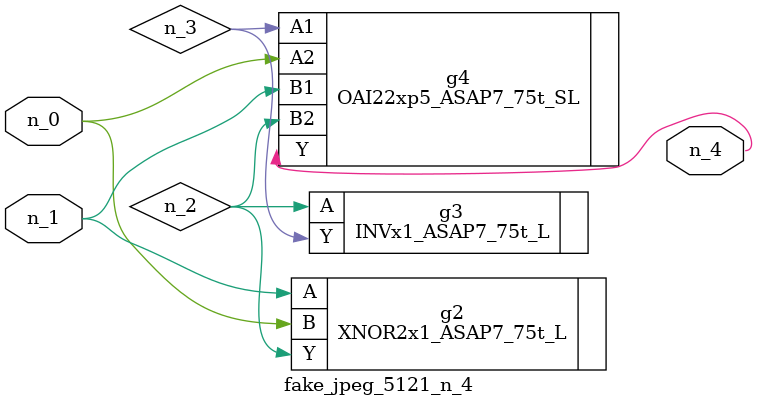
<source format=v>
module fake_jpeg_5121_n_4 (n_0, n_1, n_4);

input n_0;
input n_1;

output n_4;

wire n_2;
wire n_3;

XNOR2x1_ASAP7_75t_L g2 ( 
.A(n_1),
.B(n_0),
.Y(n_2)
);

INVx1_ASAP7_75t_L g3 ( 
.A(n_2),
.Y(n_3)
);

OAI22xp5_ASAP7_75t_SL g4 ( 
.A1(n_3),
.A2(n_0),
.B1(n_1),
.B2(n_2),
.Y(n_4)
);


endmodule
</source>
